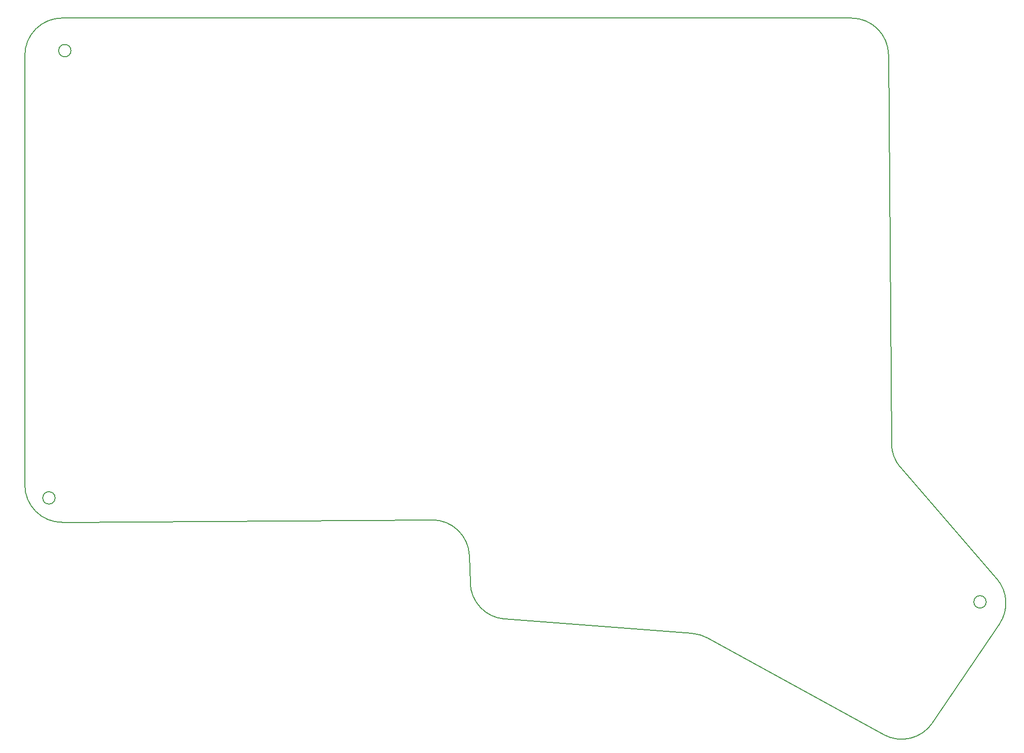
<source format=gm1>
%TF.GenerationSoftware,KiCad,Pcbnew,8.0.2*%
%TF.CreationDate,2024-10-11T16:26:55+02:00*%
%TF.ProjectId,duo_board,64756f5f-626f-4617-9264-2e6b69636164,rev?*%
%TF.SameCoordinates,Original*%
%TF.FileFunction,Profile,NP*%
%FSLAX46Y46*%
G04 Gerber Fmt 4.6, Leading zero omitted, Abs format (unit mm)*
G04 Created by KiCad (PCBNEW 8.0.2) date 2024-10-11 16:26:55*
%MOMM*%
%LPD*%
G01*
G04 APERTURE LIST*
%TA.AperFunction,Profile*%
%ADD10C,0.150000*%
%TD*%
G04 APERTURE END LIST*
D10*
X70050000Y-35500000D02*
G75*
G02*
X67950000Y-35500000I-1050000J0D01*
G01*
X67950000Y-35500000D02*
G75*
G02*
X70050000Y-35500000I1050000J0D01*
G01*
X211290354Y-106584666D02*
G75*
G02*
X209743431Y-102478365I4803146J4153966D01*
G01*
X225859731Y-129464497D02*
G75*
G02*
X223759729Y-129464497I-1050001J0D01*
G01*
X223759729Y-129464497D02*
G75*
G02*
X225859731Y-129464497I1050001J0D01*
G01*
X202897400Y-29950001D02*
G75*
G02*
X209247221Y-36252425I0J-6349999D01*
G01*
X68549999Y-29950001D02*
X202897400Y-29950001D01*
X175831894Y-134844762D02*
X143887292Y-132387485D01*
X138027228Y-126248525D02*
X137887836Y-121648594D01*
X62200000Y-36300002D02*
G75*
G02*
X68549999Y-29950000I6350000J2D01*
G01*
X216724740Y-150088557D02*
G75*
G02*
X208407321Y-152096076I-5259740J3557957D01*
G01*
X131498697Y-115491070D02*
G75*
G02*
X137887753Y-121648597I41903J-6349930D01*
G01*
X62200000Y-109557809D02*
X62200000Y-36300001D01*
X143887293Y-132387485D02*
G75*
G02*
X138027225Y-126248525I487007J6331285D01*
G01*
X208407345Y-152096033D02*
X178402590Y-135610732D01*
X131498698Y-115491069D02*
X68592052Y-115907670D01*
X67350000Y-111745001D02*
G75*
G02*
X65250000Y-111745001I-1050000J0D01*
G01*
X65250000Y-111745001D02*
G75*
G02*
X67350000Y-111745001I1050000J0D01*
G01*
X209247222Y-36252425D02*
X209743426Y-102478365D01*
X68592052Y-115907669D02*
G75*
G02*
X62199992Y-109557809I-42052J6349869D01*
G01*
X228125765Y-133234082D02*
X216724740Y-150088557D01*
X227668983Y-125522354D02*
G75*
G02*
X228125762Y-133234080I-4803093J-4153886D01*
G01*
X211290354Y-106584666D02*
X227668983Y-125522354D01*
X175831894Y-134844762D02*
G75*
G02*
X178402594Y-135610724I-486894J-6330938D01*
G01*
M02*

</source>
